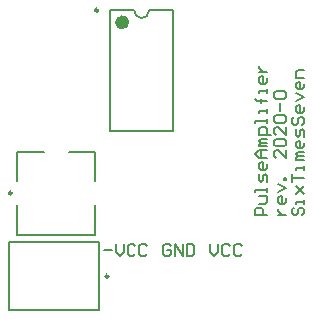
<source format=gto>
G04*
G04 #@! TF.GenerationSoftware,Altium Limited,Altium Designer,20.1.11 (218)*
G04*
G04 Layer_Color=65535*
%FSLAX25Y25*%
%MOIN*%
G70*
G04*
G04 #@! TF.SameCoordinates,BE0D8867-63C8-4494-B9D0-45761BAC08B1*
G04*
G04*
G04 #@! TF.FilePolarity,Positive*
G04*
G01*
G75*
%ADD10C,0.00984*%
%ADD11C,0.02362*%
%ADD12C,0.00787*%
D10*
X281791Y349016D02*
G03*
X281791Y349016I-492J0D01*
G01*
X249626Y376713D02*
G03*
X249626Y376713I-492J0D01*
G01*
X278366Y437638D02*
G03*
X278366Y437638I-492J0D01*
G01*
D11*
X287559Y433661D02*
G03*
X287559Y433661I-1181J0D01*
G01*
D12*
X290374Y437598D02*
G03*
X295374Y437598I2500J0D01*
G01*
X248741Y360512D02*
X278741D01*
Y337678D02*
Y360512D01*
X248741Y337678D02*
X278741D01*
X248741D02*
Y360512D01*
X268524Y390335D02*
X277480D01*
X251496D02*
X260453D01*
X277480Y362815D02*
Y372677D01*
Y380748D02*
Y390335D01*
X251496Y380748D02*
Y390335D01*
Y362815D02*
Y372677D01*
Y362815D02*
X277480D01*
X282441Y397441D02*
X303307D01*
X295374Y437598D02*
X303307D01*
X282441D02*
X290374D01*
X303307Y397441D02*
Y437598D01*
X282441Y397441D02*
Y437598D01*
X280315Y357873D02*
X282939D01*
X284251Y359841D02*
Y357217D01*
X285563Y355906D01*
X286875Y357217D01*
Y359841D01*
X290810Y359185D02*
X290154Y359841D01*
X288842D01*
X288186Y359185D01*
Y356561D01*
X288842Y355906D01*
X290154D01*
X290810Y356561D01*
X294746Y359185D02*
X294090Y359841D01*
X292778D01*
X292122Y359185D01*
Y356561D01*
X292778Y355906D01*
X294090D01*
X294746Y356561D01*
X302618Y359185D02*
X301961Y359841D01*
X300650D01*
X299994Y359185D01*
Y356561D01*
X300650Y355906D01*
X301961D01*
X302618Y356561D01*
Y357873D01*
X301306D01*
X303929Y355906D02*
Y359841D01*
X306553Y355906D01*
Y359841D01*
X307865D02*
Y355906D01*
X309833D01*
X310489Y356561D01*
Y359185D01*
X309833Y359841D01*
X307865D01*
X315737D02*
Y357217D01*
X317049Y355906D01*
X318360Y357217D01*
Y359841D01*
X322296Y359185D02*
X321640Y359841D01*
X320328D01*
X319672Y359185D01*
Y356561D01*
X320328Y355906D01*
X321640D01*
X322296Y356561D01*
X326232Y359185D02*
X325576Y359841D01*
X324264D01*
X323608Y359185D01*
Y356561D01*
X324264Y355906D01*
X325576D01*
X326232Y356561D01*
X334646Y369291D02*
X330710D01*
Y371259D01*
X331366Y371915D01*
X332678D01*
X333334Y371259D01*
Y369291D01*
X332022Y373227D02*
X333990D01*
X334646Y373883D01*
Y375851D01*
X332022D01*
X334646Y377163D02*
Y378475D01*
Y377819D01*
X330710D01*
Y377163D01*
X334646Y380443D02*
Y382411D01*
X333990Y383066D01*
X333334Y382411D01*
Y381099D01*
X332678Y380443D01*
X332022Y381099D01*
Y383066D01*
X334646Y386346D02*
Y385034D01*
X333990Y384378D01*
X332678D01*
X332022Y385034D01*
Y386346D01*
X332678Y387002D01*
X333334D01*
Y384378D01*
X334646Y388314D02*
X332022D01*
X330710Y389626D01*
X332022Y390938D01*
X334646D01*
X332678D01*
Y388314D01*
X334646Y392250D02*
X332022D01*
Y392906D01*
X332678Y393562D01*
X334646D01*
X332678D01*
X332022Y394218D01*
X332678Y394874D01*
X334646D01*
X335958Y396186D02*
X332022D01*
Y398153D01*
X332678Y398809D01*
X333990D01*
X334646Y398153D01*
Y396186D01*
Y400121D02*
Y401433D01*
Y400777D01*
X330710D01*
Y400121D01*
X334646Y403401D02*
Y404713D01*
Y404057D01*
X332022D01*
Y403401D01*
X334646Y407337D02*
X331366D01*
X332678D01*
Y406681D01*
Y407993D01*
Y407337D01*
X331366D01*
X330710Y407993D01*
X334646Y409961D02*
Y411272D01*
Y410617D01*
X332022D01*
Y409961D01*
X334646Y415208D02*
Y413896D01*
X333990Y413240D01*
X332678D01*
X332022Y413896D01*
Y415208D01*
X332678Y415864D01*
X333334D01*
Y413240D01*
X332022Y417176D02*
X334646D01*
X333334D01*
X332678Y417832D01*
X332022Y418488D01*
Y419144D01*
X338321Y369291D02*
X340945D01*
X339633D01*
X338977Y369947D01*
X338321Y370603D01*
Y371259D01*
X340945Y375195D02*
Y373883D01*
X340289Y373227D01*
X338977D01*
X338321Y373883D01*
Y375195D01*
X338977Y375851D01*
X339633D01*
Y373227D01*
X338321Y377163D02*
X340945Y378475D01*
X338321Y379787D01*
X340945Y381099D02*
X340289D01*
Y381754D01*
X340945D01*
Y381099D01*
Y390938D02*
Y388314D01*
X338321Y390938D01*
X337665D01*
X337009Y390282D01*
Y388970D01*
X337665Y388314D01*
Y392250D02*
X337009Y392906D01*
Y394218D01*
X337665Y394874D01*
X340289D01*
X340945Y394218D01*
Y392906D01*
X340289Y392250D01*
X337665D01*
X340945Y398809D02*
Y396186D01*
X338321Y398809D01*
X337665D01*
X337009Y398153D01*
Y396842D01*
X337665Y396186D01*
Y400121D02*
X337009Y400777D01*
Y402089D01*
X337665Y402745D01*
X340289D01*
X340945Y402089D01*
Y400777D01*
X340289Y400121D01*
X337665D01*
X338977Y404057D02*
Y406681D01*
X337665Y407993D02*
X337009Y408649D01*
Y409961D01*
X337665Y410617D01*
X340289D01*
X340945Y409961D01*
Y408649D01*
X340289Y407993D01*
X337665D01*
X343571Y371915D02*
X342915Y371259D01*
Y369947D01*
X343571Y369291D01*
X344227D01*
X344882Y369947D01*
Y371259D01*
X345538Y371915D01*
X346194D01*
X346850Y371259D01*
Y369947D01*
X346194Y369291D01*
X346850Y373227D02*
Y374539D01*
Y373883D01*
X344227D01*
Y373227D01*
Y376507D02*
X346850Y379131D01*
X345538Y377819D01*
X344227Y379131D01*
X346850Y376507D01*
X342915Y380443D02*
Y383066D01*
Y381754D01*
X346850D01*
Y384378D02*
Y385690D01*
Y385034D01*
X344227D01*
Y384378D01*
X346850Y387658D02*
X344227D01*
Y388314D01*
X344882Y388970D01*
X346850D01*
X344882D01*
X344227Y389626D01*
X344882Y390282D01*
X346850D01*
Y393562D02*
Y392250D01*
X346194Y391594D01*
X344882D01*
X344227Y392250D01*
Y393562D01*
X344882Y394218D01*
X345538D01*
Y391594D01*
X346850Y395530D02*
Y397498D01*
X346194Y398153D01*
X345538Y397498D01*
Y396186D01*
X344882Y395530D01*
X344227Y396186D01*
Y398153D01*
X343571Y402089D02*
X342915Y401433D01*
Y400121D01*
X343571Y399465D01*
X344227D01*
X344882Y400121D01*
Y401433D01*
X345538Y402089D01*
X346194D01*
X346850Y401433D01*
Y400121D01*
X346194Y399465D01*
X346850Y405369D02*
Y404057D01*
X346194Y403401D01*
X344882D01*
X344227Y404057D01*
Y405369D01*
X344882Y406025D01*
X345538D01*
Y403401D01*
X344227Y407337D02*
X346850Y408649D01*
X344227Y409961D01*
X346850Y413240D02*
Y411929D01*
X346194Y411272D01*
X344882D01*
X344227Y411929D01*
Y413240D01*
X344882Y413896D01*
X345538D01*
Y411272D01*
X346850Y415208D02*
X344227D01*
Y417176D01*
X344882Y417832D01*
X346850D01*
M02*

</source>
